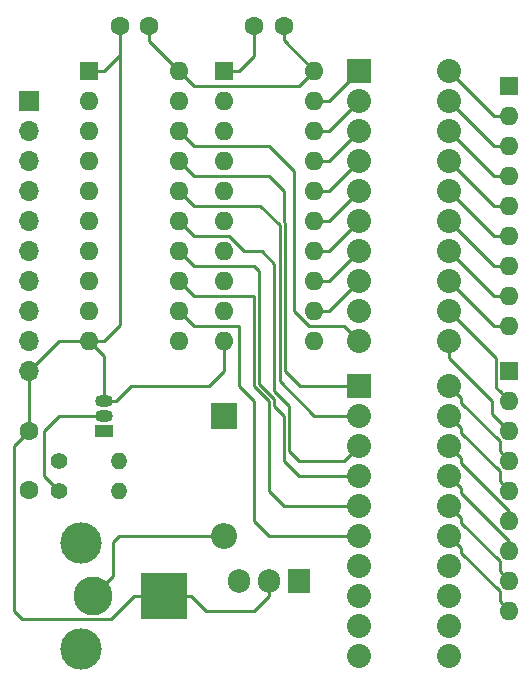
<source format=gbr>
G04 #@! TF.GenerationSoftware,KiCad,Pcbnew,(5.1.5-0-10_14)*
G04 #@! TF.CreationDate,2021-01-23T17:47:52+01:00*
G04 #@! TF.ProjectId,C64LED-latched,4336344c-4544-42d6-9c61-74636865642e,rev?*
G04 #@! TF.SameCoordinates,Original*
G04 #@! TF.FileFunction,Copper,L1,Top*
G04 #@! TF.FilePolarity,Positive*
%FSLAX46Y46*%
G04 Gerber Fmt 4.6, Leading zero omitted, Abs format (unit mm)*
G04 Created by KiCad (PCBNEW (5.1.5-0-10_14)) date 2021-01-23 17:47:52*
%MOMM*%
%LPD*%
G04 APERTURE LIST*
%ADD10C,2.032000*%
%ADD11R,2.032000X2.032000*%
%ADD12O,1.600000X1.600000*%
%ADD13R,1.600000X1.600000*%
%ADD14O,1.700000X1.700000*%
%ADD15R,1.700000X1.700000*%
%ADD16O,2.200000X2.200000*%
%ADD17R,2.200000X2.200000*%
%ADD18C,3.500000*%
%ADD19C,3.300000*%
%ADD20R,4.000000X4.000000*%
%ADD21O,1.905000X2.000000*%
%ADD22R,1.905000X2.000000*%
%ADD23O,1.400000X1.400000*%
%ADD24C,1.400000*%
%ADD25R,1.500000X1.050000*%
%ADD26O,1.500000X1.050000*%
%ADD27C,1.600000*%
%ADD28C,0.250000*%
G04 APERTURE END LIST*
D10*
X104140000Y-43180000D03*
X104140000Y-45720000D03*
X104140000Y-48260000D03*
X104140000Y-50800000D03*
X96520000Y-63500000D03*
X96520000Y-66040000D03*
X104140000Y-66040000D03*
X104140000Y-63500000D03*
X96520000Y-60960000D03*
X96520000Y-58420000D03*
X96520000Y-55880000D03*
X96520000Y-53340000D03*
X104140000Y-53340000D03*
X104140000Y-55880000D03*
X104140000Y-58420000D03*
X104140000Y-60960000D03*
X96520000Y-50800000D03*
X96520000Y-48260000D03*
X96520000Y-45720000D03*
D11*
X96520000Y-43180000D03*
D12*
X81280000Y-43180000D03*
X73660000Y-66040000D03*
X81280000Y-45720000D03*
X73660000Y-63500000D03*
X81280000Y-48260000D03*
X73660000Y-60960000D03*
X81280000Y-50800000D03*
X73660000Y-58420000D03*
X81280000Y-53340000D03*
X73660000Y-55880000D03*
X81280000Y-55880000D03*
X73660000Y-53340000D03*
X81280000Y-58420000D03*
X73660000Y-50800000D03*
X81280000Y-60960000D03*
X73660000Y-48260000D03*
X81280000Y-63500000D03*
X73660000Y-45720000D03*
X81280000Y-66040000D03*
D13*
X73660000Y-43180000D03*
D12*
X92710000Y-43180000D03*
X85090000Y-66040000D03*
X92710000Y-45720000D03*
X85090000Y-63500000D03*
X92710000Y-48260000D03*
X85090000Y-60960000D03*
X92710000Y-50800000D03*
X85090000Y-58420000D03*
X92710000Y-53340000D03*
X85090000Y-55880000D03*
X92710000Y-55880000D03*
X85090000Y-53340000D03*
X92710000Y-58420000D03*
X85090000Y-50800000D03*
X92710000Y-60960000D03*
X85090000Y-48260000D03*
X92710000Y-63500000D03*
X85090000Y-45720000D03*
X92710000Y-66040000D03*
D13*
X85090000Y-43180000D03*
D14*
X68580000Y-68580000D03*
X68580000Y-66040000D03*
X68580000Y-63500000D03*
X68580000Y-60960000D03*
X68580000Y-58420000D03*
X68580000Y-55880000D03*
X68580000Y-53340000D03*
X68580000Y-50800000D03*
X68580000Y-48260000D03*
D15*
X68580000Y-45720000D03*
D16*
X85090000Y-82550000D03*
D17*
X85090000Y-72390000D03*
D12*
X109220000Y-64770000D03*
X109220000Y-62230000D03*
X109220000Y-59690000D03*
X109220000Y-57150000D03*
X109220000Y-54610000D03*
X109220000Y-52070000D03*
X109220000Y-49530000D03*
X109220000Y-46990000D03*
D13*
X109220000Y-44450000D03*
D18*
X73010000Y-92130000D03*
X73010000Y-83130000D03*
D19*
X74010000Y-87630000D03*
D20*
X80010000Y-87630000D03*
D21*
X86360000Y-86360000D03*
X88900000Y-86360000D03*
D22*
X91440000Y-86360000D03*
D12*
X109220000Y-88900000D03*
X109220000Y-86360000D03*
X109220000Y-83820000D03*
X109220000Y-81280000D03*
X109220000Y-78740000D03*
X109220000Y-76200000D03*
X109220000Y-73660000D03*
X109220000Y-71120000D03*
D13*
X109220000Y-68580000D03*
D23*
X76200000Y-76200000D03*
D24*
X71120000Y-76200000D03*
D23*
X76200000Y-78740000D03*
D24*
X71120000Y-78740000D03*
D25*
X74930000Y-73660000D03*
D26*
X74930000Y-71120000D03*
X74930000Y-72390000D03*
D27*
X76240000Y-39370000D03*
X78740000Y-39370000D03*
X87630000Y-39370000D03*
X90130000Y-39370000D03*
X68580000Y-73660000D03*
X68580000Y-78660000D03*
D10*
X104140000Y-69850000D03*
X104140000Y-72390000D03*
X104140000Y-74930000D03*
X104140000Y-77470000D03*
X96520000Y-90170000D03*
X96520000Y-92710000D03*
X104140000Y-92710000D03*
X104140000Y-90170000D03*
X96520000Y-87630000D03*
X96520000Y-85090000D03*
X96520000Y-82550000D03*
X96520000Y-80010000D03*
X104140000Y-80010000D03*
X104140000Y-82550000D03*
X104140000Y-85090000D03*
X104140000Y-87630000D03*
X96520000Y-77470000D03*
X96520000Y-74930000D03*
X96520000Y-72390000D03*
D11*
X96520000Y-69850000D03*
D28*
X107950000Y-46990000D02*
X104140000Y-43180000D01*
X109220000Y-46990000D02*
X107950000Y-46990000D01*
X107950000Y-49530000D02*
X109220000Y-49530000D01*
X104140000Y-45720000D02*
X107950000Y-49530000D01*
X107950000Y-52070000D02*
X109220000Y-52070000D01*
X104140000Y-48260000D02*
X107950000Y-52070000D01*
X107950000Y-54610000D02*
X109220000Y-54610000D01*
X104140000Y-50800000D02*
X107950000Y-54610000D01*
X96520000Y-66040000D02*
X95250000Y-64770000D01*
X92314998Y-64770000D02*
X91044998Y-63500000D01*
X95250000Y-64770000D02*
X92314998Y-64770000D01*
X91044998Y-63500000D02*
X91044998Y-51674998D01*
X91044998Y-51674998D02*
X88900000Y-49530000D01*
X82550000Y-49530000D02*
X81280000Y-48260000D01*
X88900000Y-49530000D02*
X82550000Y-49530000D01*
X104140000Y-67476840D02*
X107783160Y-71120000D01*
X104140000Y-66040000D02*
X104140000Y-67476840D01*
X107783160Y-72223160D02*
X109220000Y-73660000D01*
X107783160Y-71120000D02*
X107783160Y-72223160D01*
X108420001Y-70320001D02*
X109220000Y-71120000D01*
X108094999Y-69994999D02*
X108420001Y-70320001D01*
X108094999Y-67454999D02*
X108094999Y-69994999D01*
X104140000Y-63500000D02*
X108094999Y-67454999D01*
X93980000Y-63500000D02*
X96520000Y-60960000D01*
X92710000Y-63500000D02*
X93980000Y-63500000D01*
X93980000Y-60960000D02*
X96520000Y-58420000D01*
X92710000Y-60960000D02*
X93980000Y-60960000D01*
X93980000Y-58420000D02*
X96520000Y-55880000D01*
X92710000Y-58420000D02*
X93980000Y-58420000D01*
X93980000Y-55880000D02*
X96520000Y-53340000D01*
X92710000Y-55880000D02*
X93980000Y-55880000D01*
X107950000Y-57150000D02*
X109220000Y-57150000D01*
X104140000Y-53340000D02*
X107950000Y-57150000D01*
X107950000Y-59690000D02*
X109220000Y-59690000D01*
X104140000Y-55880000D02*
X107950000Y-59690000D01*
X107950000Y-62230000D02*
X109220000Y-62230000D01*
X104140000Y-58420000D02*
X107950000Y-62230000D01*
X107950000Y-64770000D02*
X109220000Y-64770000D01*
X104140000Y-60960000D02*
X107950000Y-64770000D01*
X93980000Y-53340000D02*
X96520000Y-50800000D01*
X92710000Y-53340000D02*
X93980000Y-53340000D01*
X93980000Y-50800000D02*
X96520000Y-48260000D01*
X92710000Y-50800000D02*
X93980000Y-50800000D01*
X92710000Y-48260000D02*
X93980000Y-48260000D01*
X93980000Y-48260000D02*
X96520000Y-45720000D01*
X92710000Y-45720000D02*
X93980000Y-45720000D01*
X93980000Y-45720000D02*
X96520000Y-43180000D01*
X108420001Y-75400001D02*
X109220000Y-76200000D01*
X108420001Y-74525003D02*
X108420001Y-75400001D01*
X105155999Y-71261001D02*
X108420001Y-74525003D01*
X105155999Y-70865999D02*
X105155999Y-71261001D01*
X104140000Y-69850000D02*
X105155999Y-70865999D01*
X108420001Y-77065003D02*
X108420001Y-77940001D01*
X105155999Y-73801001D02*
X108420001Y-77065003D01*
X105155999Y-73405999D02*
X105155999Y-73801001D01*
X108420001Y-77940001D02*
X109220000Y-78740000D01*
X104140000Y-72390000D02*
X105155999Y-73405999D01*
X105155999Y-75945999D02*
X105155999Y-76341001D01*
X105155999Y-76341001D02*
X109220000Y-80405002D01*
X104140000Y-74930000D02*
X105155999Y-75945999D01*
X109220000Y-80405002D02*
X109220000Y-81280000D01*
X105155999Y-78881001D02*
X109220000Y-82945002D01*
X105155999Y-78485999D02*
X105155999Y-78881001D01*
X104140000Y-77470000D02*
X105155999Y-78485999D01*
X109220000Y-82945002D02*
X109220000Y-83820000D01*
X96520000Y-82550000D02*
X88900000Y-82550000D01*
X88900000Y-82550000D02*
X87630000Y-81280000D01*
X87630000Y-81280000D02*
X87630000Y-71120000D01*
X87630000Y-71120000D02*
X86360000Y-69850000D01*
X86360000Y-69850000D02*
X86360000Y-64770000D01*
X82550000Y-64770000D02*
X81280000Y-63500000D01*
X86360000Y-64770000D02*
X82550000Y-64770000D01*
X96520000Y-80010000D02*
X90170000Y-80010000D01*
X90170000Y-80010000D02*
X88900000Y-78740000D01*
X88900000Y-78740000D02*
X88900000Y-71120000D01*
X88900000Y-71120000D02*
X87630000Y-69850000D01*
X87630000Y-69850000D02*
X87630000Y-62230000D01*
X87630000Y-62230000D02*
X82550000Y-62230000D01*
X82550000Y-62230000D02*
X81280000Y-60960000D01*
X108420001Y-85560001D02*
X109220000Y-86360000D01*
X105155999Y-81421001D02*
X108420001Y-84685003D01*
X108420001Y-84685003D02*
X108420001Y-85560001D01*
X105155999Y-81025999D02*
X105155999Y-81421001D01*
X104140000Y-80010000D02*
X105155999Y-81025999D01*
X108420001Y-88100001D02*
X109220000Y-88900000D01*
X108420001Y-87225003D02*
X108420001Y-88100001D01*
X105155999Y-83565999D02*
X105155999Y-83961001D01*
X105155999Y-83961001D02*
X108420001Y-87225003D01*
X104140000Y-82550000D02*
X105155999Y-83565999D01*
X96520000Y-77470000D02*
X91440000Y-77470000D01*
X91440000Y-77470000D02*
X90170000Y-76200000D01*
X90170000Y-76200000D02*
X90170000Y-72390000D01*
X89350010Y-71570010D02*
X89350010Y-70933600D01*
X90170000Y-72390000D02*
X89350010Y-71570010D01*
X88080010Y-69663600D02*
X88080010Y-60140010D01*
X89350010Y-70933600D02*
X88080010Y-69663600D01*
X88080010Y-60140010D02*
X87630000Y-59690000D01*
X82550000Y-59690000D02*
X81280000Y-58420000D01*
X87630000Y-59690000D02*
X82550000Y-59690000D01*
X81280000Y-55880000D02*
X82550000Y-57150000D01*
X85485002Y-57150000D02*
X86755002Y-58420000D01*
X82550000Y-57150000D02*
X85485002Y-57150000D01*
X88266410Y-58420000D02*
X89350010Y-59503600D01*
X86755002Y-58420000D02*
X88266410Y-58420000D01*
X89350010Y-59503600D02*
X89350010Y-70297190D01*
X89350010Y-70297190D02*
X90620010Y-71567190D01*
X90620010Y-71567190D02*
X90620010Y-75380010D01*
X90620010Y-75380010D02*
X91440000Y-76200000D01*
X91440000Y-76200000D02*
X95250000Y-76200000D01*
X95250000Y-76200000D02*
X96520000Y-74930000D01*
X82550000Y-54610000D02*
X81280000Y-53340000D01*
X88160040Y-54610000D02*
X82550000Y-54610000D01*
X89800020Y-56249980D02*
X88160040Y-54610000D01*
X89800020Y-69480020D02*
X89800020Y-56249980D01*
X92710000Y-72390000D02*
X89800020Y-69480020D01*
X96520000Y-72390000D02*
X92710000Y-72390000D01*
X96520000Y-69850000D02*
X91520030Y-69850000D01*
X91520030Y-69850000D02*
X90250030Y-68580000D01*
X90250030Y-56063580D02*
X90170000Y-55983550D01*
X90250030Y-68580000D02*
X90250030Y-56063580D01*
X90170000Y-55983550D02*
X90170000Y-53340000D01*
X90170000Y-53340000D02*
X88900000Y-52070000D01*
X82550000Y-52070000D02*
X81280000Y-50800000D01*
X88900000Y-52070000D02*
X82550000Y-52070000D01*
X76240000Y-41870000D02*
X76240000Y-39370000D01*
X74930000Y-43180000D02*
X76240000Y-41870000D01*
X73660000Y-43180000D02*
X74930000Y-43180000D01*
X85090000Y-43180000D02*
X86360000Y-43180000D01*
X87630000Y-41910000D02*
X87630000Y-39370000D01*
X86360000Y-43180000D02*
X87630000Y-41910000D01*
X75930000Y-71120000D02*
X77200000Y-69850000D01*
X74930000Y-71120000D02*
X75930000Y-71120000D01*
X77200000Y-69850000D02*
X83820000Y-69850000D01*
X85090000Y-68580000D02*
X85090000Y-66040000D01*
X83820000Y-69850000D02*
X85090000Y-68580000D01*
X74930000Y-67310000D02*
X73660000Y-66040000D01*
X74930000Y-71120000D02*
X74930000Y-67310000D01*
X68580000Y-73660000D02*
X68580000Y-68580000D01*
X71120000Y-66040000D02*
X73660000Y-66040000D01*
X68580000Y-68580000D02*
X71120000Y-66040000D01*
X82260000Y-87630000D02*
X83530000Y-88900000D01*
X80010000Y-87630000D02*
X82260000Y-87630000D01*
X83530000Y-88900000D02*
X87630000Y-88900000D01*
X88900000Y-87630000D02*
X88900000Y-86360000D01*
X87630000Y-88900000D02*
X88900000Y-87630000D01*
X80010000Y-87630000D02*
X77470000Y-87630000D01*
X75494999Y-89605001D02*
X68015001Y-89605001D01*
X77470000Y-87630000D02*
X75494999Y-89605001D01*
X68015001Y-89605001D02*
X67310000Y-88900000D01*
X67310000Y-74930000D02*
X68580000Y-73660000D01*
X67310000Y-88900000D02*
X67310000Y-74930000D01*
X73660000Y-66040000D02*
X74930000Y-66040000D01*
X76240000Y-64730000D02*
X76240000Y-39370000D01*
X74930000Y-66040000D02*
X76240000Y-64730000D01*
X78740000Y-40640000D02*
X81280000Y-43180000D01*
X78740000Y-39370000D02*
X78740000Y-40640000D01*
X81280000Y-43180000D02*
X82550000Y-44450000D01*
X91440000Y-44450000D02*
X92710000Y-43180000D01*
X82550000Y-44450000D02*
X91440000Y-44450000D01*
X90130000Y-40600000D02*
X92710000Y-43180000D01*
X90130000Y-39370000D02*
X90130000Y-40600000D01*
X75659999Y-85980001D02*
X75659999Y-83090001D01*
X74010000Y-87630000D02*
X75659999Y-85980001D01*
X76200000Y-82550000D02*
X85090000Y-82550000D01*
X75659999Y-83090001D02*
X76200000Y-82550000D01*
X74930000Y-72390000D02*
X71120000Y-72390000D01*
X71120000Y-72390000D02*
X69850000Y-73660000D01*
X69850000Y-77470000D02*
X71120000Y-78740000D01*
X69850000Y-73660000D02*
X69850000Y-77470000D01*
M02*

</source>
